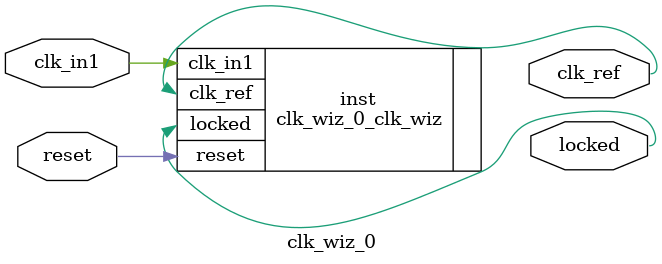
<source format=v>


`timescale 1ps/1ps

(* CORE_GENERATION_INFO = "clk_wiz_0,clk_wiz_v6_0_3_0_0,{component_name=clk_wiz_0,use_phase_alignment=true,use_min_o_jitter=false,use_max_i_jitter=false,use_dyn_phase_shift=false,use_inclk_switchover=false,use_dyn_reconfig=false,enable_axi=0,feedback_source=FDBK_AUTO,PRIMITIVE=MMCM,num_out_clk=1,clkin1_period=10.000,clkin2_period=10.000,use_power_down=false,use_reset=true,use_locked=true,use_inclk_stopped=false,feedback_type=SINGLE,CLOCK_MGR_TYPE=NA,manual_override=false}" *)

module clk_wiz_0 
 (
  // Clock out ports
  output        clk_ref,
  // Status and control signals
  input         reset,
  output        locked,
 // Clock in ports
  input         clk_in1
 );

  clk_wiz_0_clk_wiz inst
  (
  // Clock out ports  
  .clk_ref(clk_ref),
  // Status and control signals               
  .reset(reset), 
  .locked(locked),
 // Clock in ports
  .clk_in1(clk_in1)
  );

endmodule

</source>
